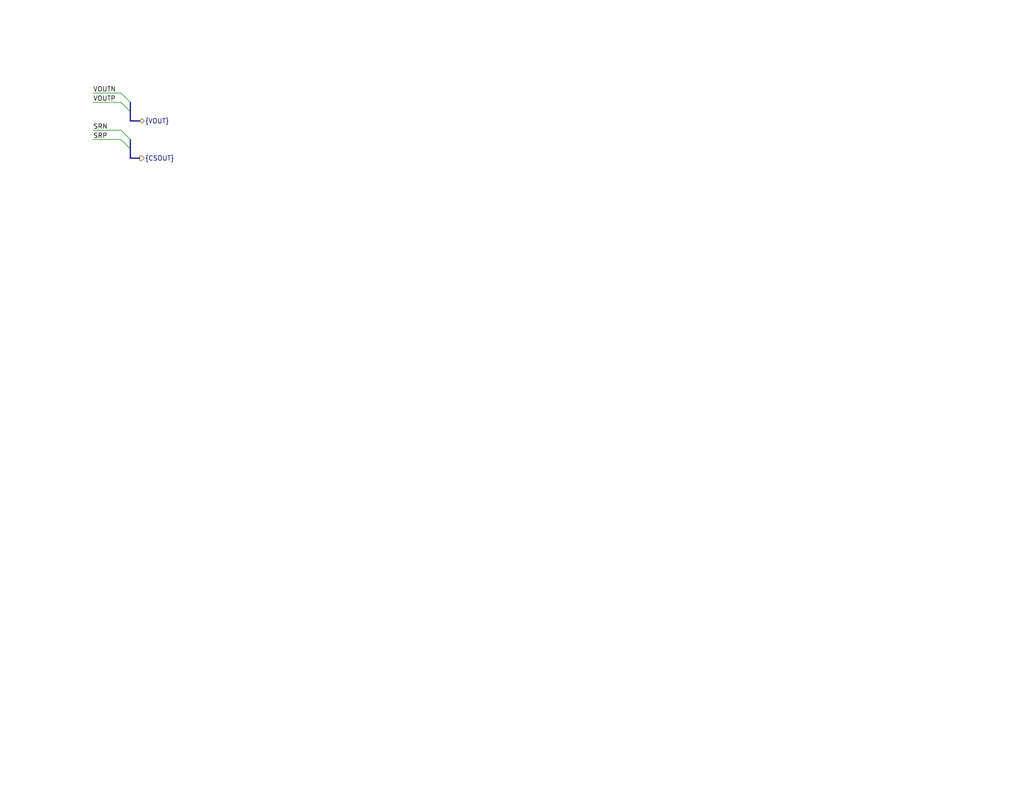
<source format=kicad_sch>
(kicad_sch
	(version 20250114)
	(generator "eeschema")
	(generator_version "9.0")
	(uuid "ca607c32-fdaf-4ae5-a247-2f210f35dda1")
	(paper "USLetter")
	(title_block
		(title "Output Filter and Sensor")
		(date "2026-02-21")
		(rev "1")
	)
	(lib_symbols)
	(bus_entry
		(at 33.02 38.1)
		(size 2.54 2.54)
		(stroke
			(width 0)
			(type default)
		)
		(uuid "30840f05-2a17-4b72-93ad-118a77cab23a")
	)
	(bus_entry
		(at 33.02 25.4)
		(size 2.54 2.54)
		(stroke
			(width 0)
			(type default)
		)
		(uuid "3cf09a13-57f2-47d8-97a0-b9f1285a3e93")
	)
	(bus_entry
		(at 33.02 35.56)
		(size 2.54 2.54)
		(stroke
			(width 0)
			(type default)
		)
		(uuid "9b582a5f-3ca1-4edd-b804-e094c2d1af0d")
	)
	(bus_entry
		(at 33.02 27.94)
		(size 2.54 2.54)
		(stroke
			(width 0)
			(type default)
		)
		(uuid "b2777280-c5bc-4521-b0aa-82828c8f3699")
	)
	(wire
		(pts
			(xy 25.4 25.4) (xy 33.02 25.4)
		)
		(stroke
			(width 0)
			(type default)
		)
		(uuid "0b541d56-65f5-4b2f-87cd-975eae4fec54")
	)
	(bus
		(pts
			(xy 35.56 33.02) (xy 38.1 33.02)
		)
		(stroke
			(width 0)
			(type default)
		)
		(uuid "3647c5d0-16b0-4df1-8f20-8436a848f6aa")
	)
	(wire
		(pts
			(xy 25.4 35.56) (xy 33.02 35.56)
		)
		(stroke
			(width 0)
			(type default)
		)
		(uuid "64a62f13-d1c2-40ba-a97c-c0145ff84286")
	)
	(wire
		(pts
			(xy 25.4 38.1) (xy 33.02 38.1)
		)
		(stroke
			(width 0)
			(type default)
		)
		(uuid "677426e6-4027-42fc-9406-b6c399319f6c")
	)
	(bus
		(pts
			(xy 35.56 40.64) (xy 35.56 43.18)
		)
		(stroke
			(width 0)
			(type default)
		)
		(uuid "96246a30-b823-4bf7-a11d-b2bb8d472ab5")
	)
	(bus
		(pts
			(xy 35.56 43.18) (xy 38.1 43.18)
		)
		(stroke
			(width 0)
			(type default)
		)
		(uuid "9b102fab-0798-45b4-aa1f-a047e04bdaa5")
	)
	(bus
		(pts
			(xy 35.56 38.1) (xy 35.56 40.64)
		)
		(stroke
			(width 0)
			(type default)
		)
		(uuid "a5bb03fd-9954-421d-8a16-c7fc0f7ea025")
	)
	(bus
		(pts
			(xy 35.56 30.48) (xy 35.56 33.02)
		)
		(stroke
			(width 0)
			(type default)
		)
		(uuid "a7158210-4419-4e1e-88fc-a7436b842c9f")
	)
	(wire
		(pts
			(xy 25.4 27.94) (xy 33.02 27.94)
		)
		(stroke
			(width 0)
			(type default)
		)
		(uuid "d54fb7d3-ed46-4ea8-9a4b-bc743d423a5c")
	)
	(bus
		(pts
			(xy 35.56 27.94) (xy 35.56 30.48)
		)
		(stroke
			(width 0)
			(type default)
		)
		(uuid "f91a1ddf-0aba-48c3-833b-c46d6e8beab9")
	)
	(label "VOUTN"
		(at 25.4 25.4 0)
		(effects
			(font
				(size 1.27 1.27)
			)
			(justify left bottom)
		)
		(uuid "0542e6f2-cef0-414b-8209-5ddc9b739897")
	)
	(label "SRP"
		(at 25.4 38.1 0)
		(effects
			(font
				(size 1.27 1.27)
			)
			(justify left bottom)
		)
		(uuid "1ac35e38-6a85-4015-ac22-3b215e2cb54c")
	)
	(label "SRN"
		(at 25.4 35.56 0)
		(effects
			(font
				(size 1.27 1.27)
			)
			(justify left bottom)
		)
		(uuid "a0abb12c-2b65-4d7d-abc0-92c06f528d72")
	)
	(label "VOUTP"
		(at 25.4 27.94 0)
		(effects
			(font
				(size 1.27 1.27)
			)
			(justify left bottom)
		)
		(uuid "d211b5ac-7001-4e6c-94d1-d0df11e53255")
	)
	(hierarchical_label "{VOUT}"
		(shape bidirectional)
		(at 38.1 33.02 0)
		(effects
			(font
				(size 1.27 1.27)
			)
			(justify left)
		)
		(uuid "46e80d34-3dbe-481a-bbba-a20afb24c92a")
	)
	(hierarchical_label "{CSOUT}"
		(shape output)
		(at 38.1 43.18 0)
		(effects
			(font
				(size 1.27 1.27)
			)
			(justify left)
		)
		(uuid "c49fa889-d91f-4352-8594-12e7e78a315a")
	)
)

</source>
